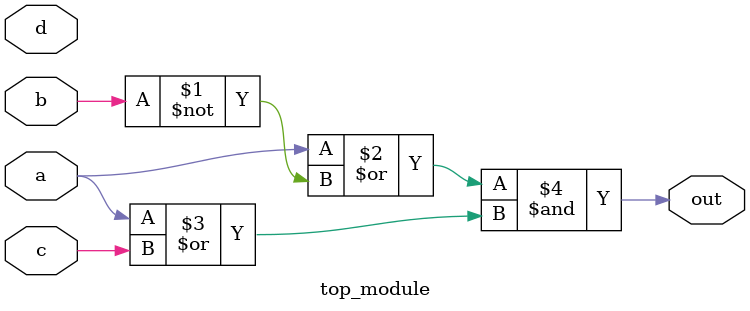
<source format=v>
module top_module(
  input a,
  input b,
  input c,
  input d,
  output out  ); 
  
  //method 1: sop
  // assign out= (~b&c)|(a);

  //method 2: pos
  assign out= (a|~b)&(a|c);

endmodule

</source>
